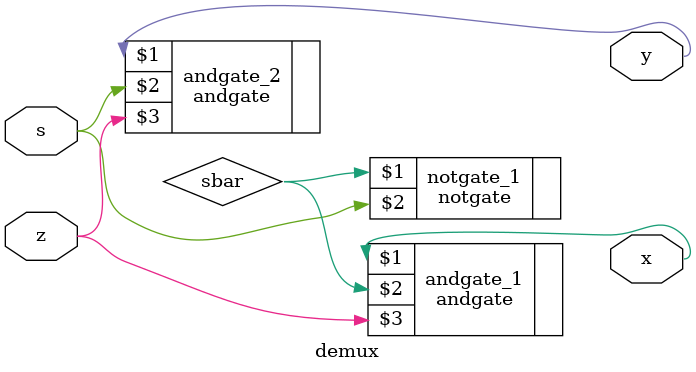
<source format=v>
module demux(x,y,z,s);
output x,y;
input z,s;
wire sbar;
notgate notgate_1(sbar,s);
andgate andgate_1(x,sbar,z);
andgate andgate_2(y,s,z);
endmodule

</source>
